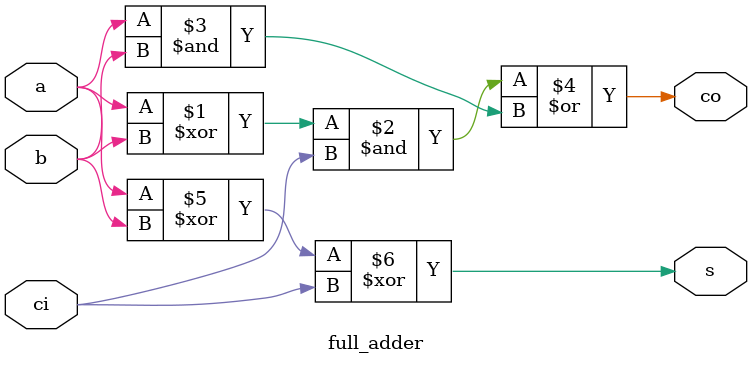
<source format=sv>
module full_adder (a, b, ci, s, co);
    input [0:0] a, b, ci;
    output [0:0] co, s;

    // Output wires
    wire [0:0] co = ((a ^ b) & ci) | (a & b);
    wire [0:0] s = (a ^ b) ^ ci;
endmodule

</source>
